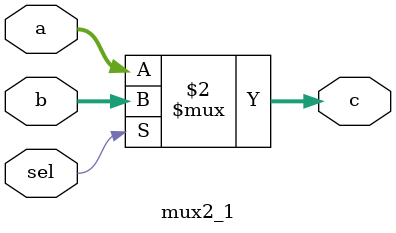
<source format=v>
`timescale 1ns / 1ps


module mux2_1(a,b,sel,c );
input [18:0]a;
input [18:0]b;
input sel;
output [18:0]c;

assign c= (sel==1'b0)?a:b;

endmodule

</source>
